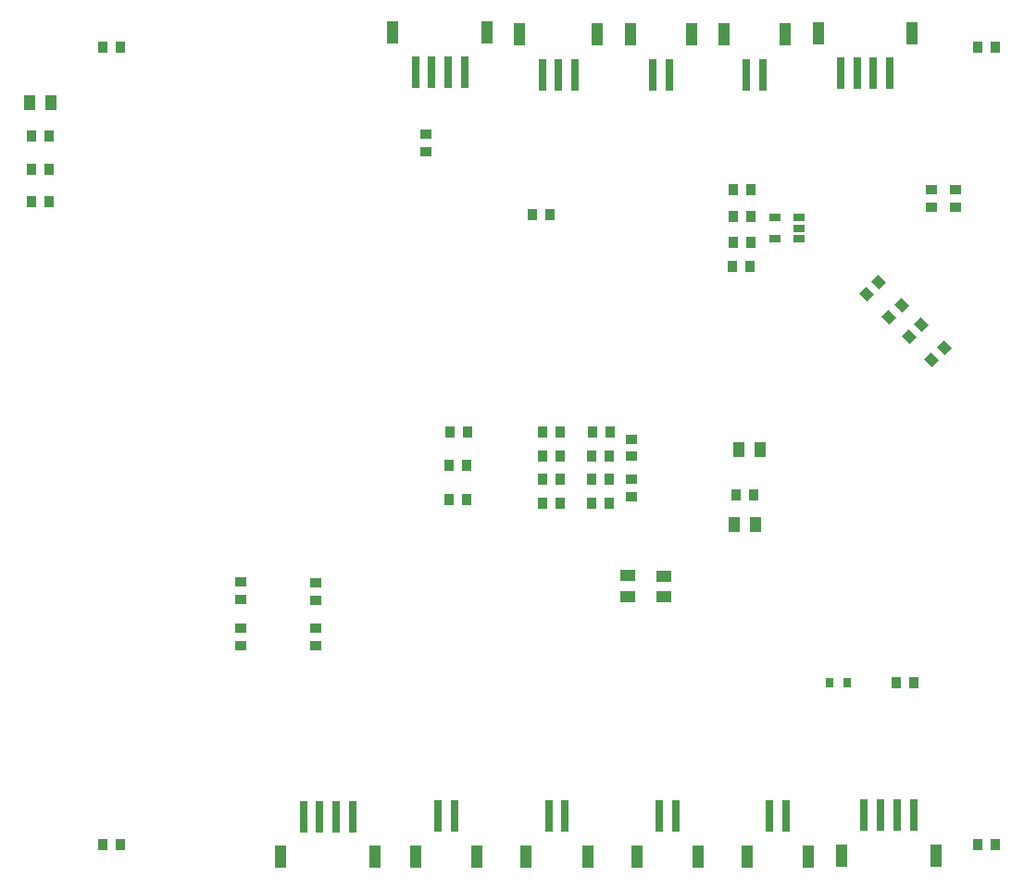
<source format=gbp>
G04*
G04 #@! TF.GenerationSoftware,Altium Limited,Altium Designer,21.2.2 (38)*
G04*
G04 Layer_Color=128*
%FSTAX24Y24*%
%MOIN*%
G70*
G04*
G04 #@! TF.SameCoordinates,E8B1D116-6B3C-4CC1-BC5D-0A1EC4A5AECB*
G04*
G04*
G04 #@! TF.FilePolarity,Positive*
G04*
G01*
G75*
%ADD24R,0.0256X0.0335*%
%ADD31R,0.0394X0.0571*%
%ADD33R,0.0571X0.0394*%
%ADD40R,0.0433X0.0787*%
%ADD41R,0.0276X0.1142*%
%ADD145R,0.0417X0.0256*%
G04:AMPARAMS|DCode=146|XSize=37.4mil|YSize=39.4mil|CornerRadius=0mil|HoleSize=0mil|Usage=FLASHONLY|Rotation=225.000|XOffset=0mil|YOffset=0mil|HoleType=Round|Shape=Rectangle|*
%AMROTATEDRECTD146*
4,1,4,-0.0007,0.0271,0.0271,-0.0007,0.0007,-0.0271,-0.0271,0.0007,-0.0007,0.0271,0.0*
%
%ADD146ROTATEDRECTD146*%

%ADD147R,0.0394X0.0374*%
%ADD148R,0.0374X0.0394*%
D24*
X040433Y017205D02*
D03*
X039803D02*
D03*
D31*
X011004Y038091D02*
D03*
X011752D02*
D03*
X037126Y022913D02*
D03*
X036378D02*
D03*
X037283Y025591D02*
D03*
X036535D02*
D03*
D33*
X033839Y020295D02*
D03*
Y021043D02*
D03*
X03252Y021063D02*
D03*
Y020315D02*
D03*
D40*
X03939Y04061D02*
D03*
X042776D02*
D03*
X023425Y010925D02*
D03*
X020039D02*
D03*
X036004Y040571D02*
D03*
X038209D02*
D03*
X034823D02*
D03*
X032618D02*
D03*
X031437D02*
D03*
X028642D02*
D03*
X027461Y04065D02*
D03*
X024075D02*
D03*
X028878Y010945D02*
D03*
X031083D02*
D03*
X024902D02*
D03*
X027106D02*
D03*
X032854D02*
D03*
X035059D02*
D03*
X036831D02*
D03*
X039035D02*
D03*
X040236Y010965D02*
D03*
X043622D02*
D03*
D41*
X041378Y039154D02*
D03*
X040787Y039154D02*
D03*
X040197D02*
D03*
X041968Y039154D02*
D03*
X021437Y012382D02*
D03*
X022028Y012382D02*
D03*
X022618D02*
D03*
X020846Y012382D02*
D03*
X036811Y039114D02*
D03*
X037402D02*
D03*
X034016D02*
D03*
X033425D02*
D03*
X03063Y039114D02*
D03*
X030039Y039114D02*
D03*
X029449D02*
D03*
X026654Y039193D02*
D03*
X024882Y039193D02*
D03*
X025472D02*
D03*
X026063Y039193D02*
D03*
X029685Y012402D02*
D03*
X030276D02*
D03*
X025709D02*
D03*
X026299D02*
D03*
X033661D02*
D03*
X034252D02*
D03*
X037638D02*
D03*
X038228D02*
D03*
X041043Y012421D02*
D03*
X042815Y012421D02*
D03*
X042224D02*
D03*
X041634Y012421D02*
D03*
D145*
X037835Y033957D02*
D03*
X038701D02*
D03*
X038701Y033583D02*
D03*
X037835Y033209D02*
D03*
X038701D02*
D03*
D146*
X041561Y03164D02*
D03*
X041116Y031195D02*
D03*
X042388Y030813D02*
D03*
X041943Y030368D02*
D03*
X043097Y030105D02*
D03*
X042651Y029659D02*
D03*
X043924Y029278D02*
D03*
X043478Y028832D02*
D03*
D147*
X043465Y034331D02*
D03*
Y034961D02*
D03*
X044331Y034331D02*
D03*
Y034961D02*
D03*
X025276Y036969D02*
D03*
Y036339D02*
D03*
X021299Y019173D02*
D03*
Y018543D02*
D03*
Y020177D02*
D03*
Y020807D02*
D03*
X018583Y020197D02*
D03*
Y020827D02*
D03*
Y018543D02*
D03*
Y019173D02*
D03*
X032677Y024547D02*
D03*
Y023917D02*
D03*
Y025354D02*
D03*
Y025984D02*
D03*
D148*
X011693Y034528D02*
D03*
X011063D02*
D03*
X036339Y033071D02*
D03*
X036969D02*
D03*
X036339Y034016D02*
D03*
X036969D02*
D03*
X011693Y035709D02*
D03*
X011063D02*
D03*
X029094Y034074D02*
D03*
X029724D02*
D03*
X042835Y017205D02*
D03*
X042205D02*
D03*
X036969Y034961D02*
D03*
X036339D02*
D03*
X014252Y040118D02*
D03*
X013622D02*
D03*
X014252Y011378D02*
D03*
X013622D02*
D03*
X011693Y03689D02*
D03*
X011063D02*
D03*
X045748Y011378D02*
D03*
X045118D02*
D03*
X036929Y032205D02*
D03*
X036299D02*
D03*
X037047Y023976D02*
D03*
X036417D02*
D03*
X026102Y025039D02*
D03*
X026732D02*
D03*
X026122Y02622D02*
D03*
X026752D02*
D03*
X026083Y023799D02*
D03*
X026713D02*
D03*
X045748Y040118D02*
D03*
X045118D02*
D03*
X030079Y025374D02*
D03*
X029449D02*
D03*
Y02624D02*
D03*
X030079D02*
D03*
X029449Y024547D02*
D03*
X030079D02*
D03*
X03187Y023661D02*
D03*
X03124D02*
D03*
X029449Y023681D02*
D03*
X030079D02*
D03*
X03187Y025374D02*
D03*
X03124D02*
D03*
X03187Y024547D02*
D03*
X03124D02*
D03*
X03189Y02624D02*
D03*
X03126D02*
D03*
M02*

</source>
